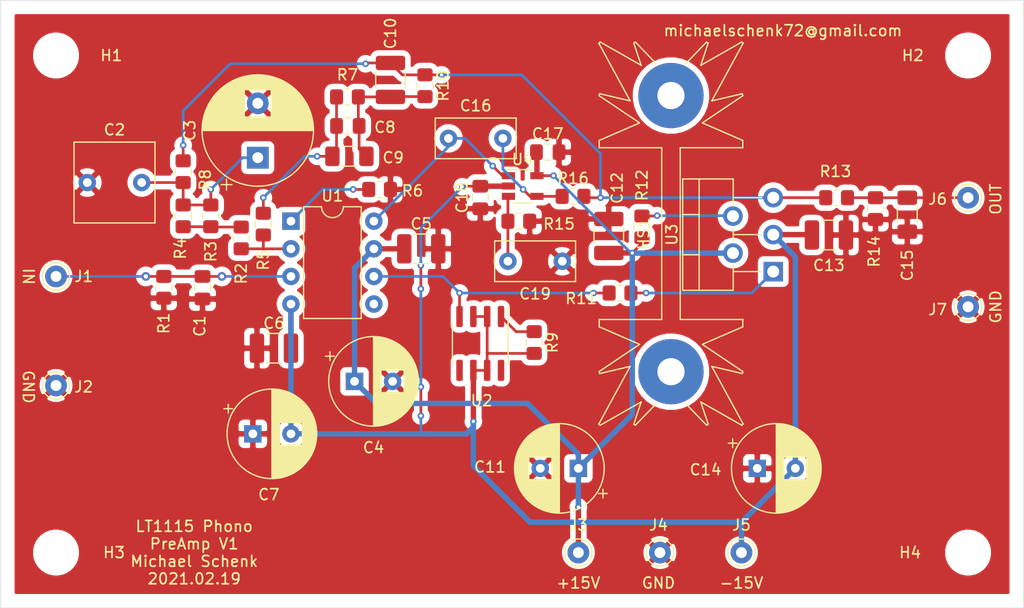
<source format=kicad_pcb>
(kicad_pcb (version 20171130) (host pcbnew "(5.1.9-0-10_14)")
  (layers (0 F.Cu signal) (31 B.Cu signal) (34 B.Paste user) (35 F.Paste user) (36 B.SilkS user) (37 F.SilkS user) (38 B.Mask user) (39 F.Mask user) (44 Edge.Cuts user))
  (net 0 "")
  (net 1 GND)
  (net 2 "Net-(C1-Pad1)")
  (net 3 "Net-(C2-Pad2)")
  (net 4 +15V)
  (net 5 -15V)
  (net 6 "Net-(C8-Pad2)")
  (net 7 "Net-(C10-Pad2)")
  (net 8 SERVO_INR)
  (net 9 "Net-(C15-Pad1)")
  (net 10 "Net-(C16-Pad2)")
  (net 11 SERVO_OUTR)
  (net 12 "Net-(C19-Pad2)")
  (net 13 "Net-(R2-Pad2)")
  (net 14 "Net-(R2-Pad1)")
  (net 15 "Net-(R6-Pad2)")
  (net 16 "Net-(R9-Pad1)")
  (net 17 "Net-(R11-Pad2)")
  (net 18 "Net-(R11-Pad1)")
  (net 19 "Net-(R12-Pad2)")
  (module MountingHole:MountingHole_3.2mm_M3 (layer F.Cu) (at 163.83 144.78)
    (fp_text reference H4 (at -5.334 0) (layer F.SilkS))
    (fp_text value MountingHole)
    (pad 1 np_thru_hole circle (at 0 0) (size 3.2 3.2) (drill 3.2) (layers *.Cu *.Mask))
  )
  (module MountingHole:MountingHole_3.2mm_M3 (layer F.Cu) (at 80.01 144.78)
    (fp_text reference H3 (at 5.334 0) (layer F.SilkS))
    (fp_text value MountingHole)
    (pad 1 np_thru_hole circle (at 0 0) (size 3.2 3.2) (drill 3.2) (layers *.Cu *.Mask))
  )
  (module MountingHole:MountingHole_3.2mm_M3 (layer F.Cu) (at 163.83 99.06)
    (fp_text reference H2 (at -5.08 0) (layer F.SilkS))
    (fp_text value MountingHole)
    (pad 1 np_thru_hole circle (at 0 0) (size 3.2 3.2) (drill 3.2) (layers *.Cu *.Mask))
  )
  (module MountingHole:MountingHole_3.2mm_M3 (layer F.Cu) (at 80.01 99.06)
    (fp_text reference H1 (at 5.08 0) (layer F.SilkS))
    (fp_text value MountingHole)
    (pad 1 np_thru_hole circle (at 0 0) (size 3.2 3.2) (drill 3.2) (layers *.Cu *.Mask))
  )
  (module Package_TO_SOT_SMD:TSOT-23-5 (layer F.Cu) (at 122.896 111.064)
    (fp_text reference U4 (at 0 -2.45) (layer F.SilkS))
    (fp_text value OPA188xxDBV)
    (pad 5 smd rect (at 1.31 -0.95) (size 1.22 0.65) (layers F.Cu F.Paste F.Mask) (net 4 +15V))
    (pad 4 smd rect (at 1.31 0.95) (size 1.22 0.65) (layers F.Cu F.Paste F.Mask) (net 10 "Net-(C16-Pad2)"))
    (pad 3 smd rect (at -1.31 0.95) (size 1.22 0.65) (layers F.Cu F.Paste F.Mask) (net 12 "Net-(C19-Pad2)"))
    (pad 2 smd rect (at -1.31 0) (size 1.22 0.65) (layers F.Cu F.Paste F.Mask) (net 5 -15V))
    (pad 1 smd rect (at -1.31 -0.95) (size 1.22 0.65) (layers F.Cu F.Paste F.Mask) (net 11 SERVO_OUTR))
  )
  (module Package_TO_SOT_THT:TO-220-5_P3.4x3.7mm_StaggerOdd_Lead3.8mm_Vertical (layer F.Cu) (at 145.923 118.9355 90)
    (fp_text reference U3 (at 3.4 -9.32 90) (layer F.SilkS))
    (fp_text value LT1010)
    (pad 5 thru_hole oval (at 6.8 0 90) (size 1.8 1.8) (drill 1.1) (layers *.Cu *.Mask) (net 8 SERVO_INR))
    (pad 4 thru_hole oval (at 5.1 -3.7 90) (size 1.8 1.8) (drill 1.1) (layers *.Cu *.Mask) (net 19 "Net-(R12-Pad2)"))
    (pad 3 thru_hole oval (at 3.4 0 90) (size 1.8 1.8) (drill 1.1) (layers *.Cu *.Mask) (net 5 -15V))
    (pad 2 thru_hole oval (at 1.7 -3.7 90) (size 1.8 1.8) (drill 1.1) (layers *.Cu *.Mask) (net 4 +15V))
    (pad 1 thru_hole rect (at 0 0 90) (size 1.8 1.8) (drill 1.1) (layers *.Cu *.Mask) (net 18 "Net-(R11-Pad1)"))
  )
  (module Package_SO:SOIC-8_3.9x4.9mm_P1.27mm (layer F.Cu) (at 118.999 125.541 270)
    (fp_text reference U2 (at 5.269 -0.127 180) (layer F.SilkS))
    (fp_text value LM334M)
    (pad 8 smd roundrect (at 2.475 -1.905 270) (size 1.95 0.6) (layers F.Cu F.Paste F.Mask))
    (pad 7 smd roundrect (at 2.475 -0.635 270) (size 1.95 0.6) (layers F.Cu F.Paste F.Mask) (net 5 -15V))
    (pad 6 smd roundrect (at 2.475 0.635 270) (size 1.95 0.6) (layers F.Cu F.Paste F.Mask) (net 5 -15V))
    (pad 5 smd roundrect (at 2.475 1.905 270) (size 1.95 0.6) (layers F.Cu F.Paste F.Mask))
    (pad 4 smd roundrect (at -2.475 1.905 270) (size 1.95 0.6) (layers F.Cu F.Paste F.Mask) (net 17 "Net-(R11-Pad2)"))
    (pad 3 smd roundrect (at -2.475 0.635 270) (size 1.95 0.6) (layers F.Cu F.Paste F.Mask) (net 5 -15V))
    (pad 2 smd roundrect (at -2.475 -0.635 270) (size 1.95 0.6) (layers F.Cu F.Paste F.Mask) (net 5 -15V))
    (pad 1 smd roundrect (at -2.475 -1.905 270) (size 1.95 0.6) (layers F.Cu F.Paste F.Mask) (net 16 "Net-(R9-Pad1)"))
  )
  (module Package_DIP:DIP-8_W7.62mm (layer F.Cu) (at 101.6 114.3)
    (fp_text reference U1 (at 3.81 -2.33) (layer F.SilkS))
    (fp_text value LT1115)
    (pad 8 thru_hole oval (at 7.62 0) (size 1.6 1.6) (drill 0.8) (layers *.Cu *.Mask) (net 11 SERVO_OUTR))
    (pad 4 thru_hole oval (at 0 7.62) (size 1.6 1.6) (drill 0.8) (layers *.Cu *.Mask) (net 5 -15V))
    (pad 7 thru_hole oval (at 7.62 2.54) (size 1.6 1.6) (drill 0.8) (layers *.Cu *.Mask) (net 4 +15V))
    (pad 3 thru_hole oval (at 0 5.08) (size 1.6 1.6) (drill 0.8) (layers *.Cu *.Mask) (net 2 "Net-(C1-Pad1)"))
    (pad 6 thru_hole oval (at 7.62 5.08) (size 1.6 1.6) (drill 0.8) (layers *.Cu *.Mask) (net 17 "Net-(R11-Pad2)"))
    (pad 2 thru_hole oval (at 0 2.54) (size 1.6 1.6) (drill 0.8) (layers *.Cu *.Mask) (net 14 "Net-(R2-Pad1)"))
    (pad 5 thru_hole oval (at 7.62 7.62) (size 1.6 1.6) (drill 0.8) (layers *.Cu *.Mask))
    (pad 1 thru_hole rect (at 0 0) (size 1.6 1.6) (drill 0.8) (layers *.Cu *.Mask) (net 15 "Net-(R6-Pad2)"))
  )
  (module Resistor_SMD:R_0805_2012Metric_Pad1.20x1.40mm_HandSolder (layer F.Cu) (at 127.524 112.014)
    (fp_text reference R16 (at 0 -1.65) (layer F.SilkS))
    (fp_text value 100k)
    (pad 2 smd roundrect (at 1 0) (size 1.2 1.4) (layers F.Cu F.Paste F.Mask) (roundrect_rratio 0.208333) (net 8 SERVO_INR))
    (pad 1 smd roundrect (at -1 0) (size 1.2 1.4) (layers F.Cu F.Paste F.Mask) (roundrect_rratio 0.208333) (net 10 "Net-(C16-Pad2)"))
  )
  (module Resistor_SMD:R_0805_2012Metric_Pad1.20x1.40mm_HandSolder (layer F.Cu) (at 122.539 114.3)
    (fp_text reference R15 (at 3.699 0.254) (layer F.SilkS))
    (fp_text value 100k)
    (pad 2 smd roundrect (at 1 0) (size 1.2 1.4) (layers F.Cu F.Paste F.Mask) (roundrect_rratio 0.208333) (net 1 GND))
    (pad 1 smd roundrect (at -1 0) (size 1.2 1.4) (layers F.Cu F.Paste F.Mask) (roundrect_rratio 0.208333) (net 12 "Net-(C19-Pad2)"))
  )
  (module Resistor_SMD:R_0805_2012Metric_Pad1.20x1.40mm_HandSolder (layer F.Cu) (at 155.321 113.141 270)
    (fp_text reference R14 (at 3.953 0.127 90) (layer F.SilkS))
    (fp_text value 25k)
    (pad 2 smd roundrect (at 1 0 270) (size 1.2 1.4) (layers F.Cu F.Paste F.Mask) (roundrect_rratio 0.208333) (net 1 GND))
    (pad 1 smd roundrect (at -1 0 270) (size 1.2 1.4) (layers F.Cu F.Paste F.Mask) (roundrect_rratio 0.208333) (net 9 "Net-(C15-Pad1)"))
  )
  (module Resistor_SMD:R_0805_2012Metric_Pad1.20x1.40mm_HandSolder (layer F.Cu) (at 151.749 112.141 180)
    (fp_text reference R13 (at 0.111 2.413) (layer F.SilkS))
    (fp_text value 562R)
    (pad 2 smd roundrect (at 1 0 180) (size 1.2 1.4) (layers F.Cu F.Paste F.Mask) (roundrect_rratio 0.208333) (net 8 SERVO_INR))
    (pad 1 smd roundrect (at -1 0 180) (size 1.2 1.4) (layers F.Cu F.Paste F.Mask) (roundrect_rratio 0.208333) (net 9 "Net-(C15-Pad1)"))
  )
  (module Resistor_SMD:R_0805_2012Metric_Pad1.20x1.40mm_HandSolder (layer F.Cu) (at 133.858 114.824 90)
    (fp_text reference R12 (at 3.826 0 90) (layer F.SilkS))
    (fp_text value 49.9R)
    (pad 2 smd roundrect (at 1 0 90) (size 1.2 1.4) (layers F.Cu F.Paste F.Mask) (roundrect_rratio 0.208333) (net 19 "Net-(R12-Pad2)"))
    (pad 1 smd roundrect (at -1 0 90) (size 1.2 1.4) (layers F.Cu F.Paste F.Mask) (roundrect_rratio 0.208333) (net 4 +15V))
  )
  (module Resistor_SMD:R_0805_2012Metric_Pad1.20x1.40mm_HandSolder (layer F.Cu) (at 131.842 120.904 180)
    (fp_text reference R11 (at 3.572 -0.508) (layer F.SilkS))
    (fp_text value 100R)
    (pad 2 smd roundrect (at 1 0 180) (size 1.2 1.4) (layers F.Cu F.Paste F.Mask) (roundrect_rratio 0.208333) (net 17 "Net-(R11-Pad2)"))
    (pad 1 smd roundrect (at -1 0 180) (size 1.2 1.4) (layers F.Cu F.Paste F.Mask) (roundrect_rratio 0.208333) (net 18 "Net-(R11-Pad1)"))
  )
  (module Resistor_SMD:R_0805_2012Metric_Pad1.20x1.40mm_HandSolder (layer F.Cu) (at 113.919 101.838 270)
    (fp_text reference R10 (at 0 -1.65 90) (layer F.SilkS))
    (fp_text value 210k)
    (pad 2 smd roundrect (at 1 0 270) (size 1.2 1.4) (layers F.Cu F.Paste F.Mask) (roundrect_rratio 0.208333) (net 7 "Net-(C10-Pad2)"))
    (pad 1 smd roundrect (at -1 0 270) (size 1.2 1.4) (layers F.Cu F.Paste F.Mask) (roundrect_rratio 0.208333) (net 8 SERVO_INR))
  )
  (module Resistor_SMD:R_0805_2012Metric_Pad1.20x1.40mm_HandSolder (layer F.Cu) (at 123.952 125.46 270)
    (fp_text reference R9 (at 0 -1.65 90) (layer F.SilkS))
    (fp_text value 33.2R)
    (pad 2 smd roundrect (at 1 0 270) (size 1.2 1.4) (layers F.Cu F.Paste F.Mask) (roundrect_rratio 0.208333) (net 5 -15V))
    (pad 1 smd roundrect (at -1 0 270) (size 1.2 1.4) (layers F.Cu F.Paste F.Mask) (roundrect_rratio 0.208333) (net 16 "Net-(R9-Pad1)"))
  )
  (module Resistor_SMD:R_0805_2012Metric_Pad1.20x1.40mm_HandSolder (layer F.Cu) (at 91.694 109.744 270)
    (fp_text reference R8 (at 0.746 -2.032 90) (layer F.SilkS))
    (fp_text value 82.5k)
    (pad 2 smd roundrect (at 1 0 270) (size 1.2 1.4) (layers F.Cu F.Paste F.Mask) (roundrect_rratio 0.208333) (net 3 "Net-(C2-Pad2)"))
    (pad 1 smd roundrect (at -1 0 270) (size 1.2 1.4) (layers F.Cu F.Paste F.Mask) (roundrect_rratio 0.208333) (net 8 SERVO_INR))
  )
  (module Resistor_SMD:R_0805_2012Metric_Pad1.20x1.40mm_HandSolder (layer F.Cu) (at 106.791 102.87 180)
    (fp_text reference R7 (at 0 2.032) (layer F.SilkS))
    (fp_text value 17.8k)
    (pad 2 smd roundrect (at 1 0 180) (size 1.2 1.4) (layers F.Cu F.Paste F.Mask) (roundrect_rratio 0.208333) (net 6 "Net-(C8-Pad2)"))
    (pad 1 smd roundrect (at -1 0 180) (size 1.2 1.4) (layers F.Cu F.Paste F.Mask) (roundrect_rratio 0.208333) (net 7 "Net-(C10-Pad2)"))
  )
  (module Resistor_SMD:R_0805_2012Metric_Pad1.20x1.40mm_HandSolder (layer F.Cu) (at 109.744 111.379 180)
    (fp_text reference R6 (at -3.032 -0.127) (layer F.SilkS))
    (fp_text value 33.2k)
    (pad 2 smd roundrect (at 1 0 180) (size 1.2 1.4) (layers F.Cu F.Paste F.Mask) (roundrect_rratio 0.208333) (net 15 "Net-(R6-Pad2)"))
    (pad 1 smd roundrect (at -1 0 180) (size 1.2 1.4) (layers F.Cu F.Paste F.Mask) (roundrect_rratio 0.208333) (net 1 GND))
  )
  (module Resistor_SMD:R_0805_2012Metric_Pad1.20x1.40mm_HandSolder (layer F.Cu) (at 99.06 114.57 270)
    (fp_text reference R5 (at 3.286 0 90) (layer F.SilkS))
    (fp_text value 449R)
    (pad 2 smd roundrect (at 1 0 270) (size 1.2 1.4) (layers F.Cu F.Paste F.Mask) (roundrect_rratio 0.208333) (net 14 "Net-(R2-Pad1)"))
    (pad 1 smd roundrect (at -1 0 270) (size 1.2 1.4) (layers F.Cu F.Paste F.Mask) (roundrect_rratio 0.208333) (net 6 "Net-(C8-Pad2)"))
  )
  (module Resistor_SMD:R_0805_2012Metric_Pad1.20x1.40mm_HandSolder (layer F.Cu) (at 91.694 113.808 90)
    (fp_text reference R4 (at -3.032 -0.254 90) (layer F.SilkS))
    (fp_text value 0R)
    (pad 2 smd roundrect (at 1 0 90) (size 1.2 1.4) (layers F.Cu F.Paste F.Mask) (roundrect_rratio 0.208333) (net 3 "Net-(C2-Pad2)"))
    (pad 1 smd roundrect (at -1 0 90) (size 1.2 1.4) (layers F.Cu F.Paste F.Mask) (roundrect_rratio 0.208333) (net 13 "Net-(R2-Pad2)"))
  )
  (module Resistor_SMD:R_0805_2012Metric_Pad1.20x1.40mm_HandSolder (layer F.Cu) (at 94.234 113.808 90)
    (fp_text reference R3 (at -3.286 0 90) (layer F.SilkS))
    (fp_text value 210R)
    (pad 2 smd roundrect (at 1 0 90) (size 1.2 1.4) (layers F.Cu F.Paste F.Mask) (roundrect_rratio 0.208333) (net 3 "Net-(C2-Pad2)"))
    (pad 1 smd roundrect (at -1 0 90) (size 1.2 1.4) (layers F.Cu F.Paste F.Mask) (roundrect_rratio 0.208333) (net 13 "Net-(R2-Pad2)"))
  )
  (module Resistor_SMD:R_0805_2012Metric_Pad1.20x1.40mm_HandSolder (layer F.Cu) (at 97.028 115.84 90)
    (fp_text reference R2 (at -3.286 0 90) (layer F.SilkS))
    (fp_text value 22.6R)
    (pad 2 smd roundrect (at 1 0 90) (size 1.2 1.4) (layers F.Cu F.Paste F.Mask) (roundrect_rratio 0.208333) (net 13 "Net-(R2-Pad2)"))
    (pad 1 smd roundrect (at -1 0 90) (size 1.2 1.4) (layers F.Cu F.Paste F.Mask) (roundrect_rratio 0.208333) (net 14 "Net-(R2-Pad1)"))
  )
  (module Resistor_SMD:R_0805_2012Metric_Pad1.20x1.40mm_HandSolder (layer F.Cu) (at 89.916 120.38 270)
    (fp_text reference R1 (at 3.318 0 90) (layer F.SilkS))
    (fp_text value 100R)
    (pad 2 smd roundrect (at 1 0 270) (size 1.2 1.4) (layers F.Cu F.Paste F.Mask) (roundrect_rratio 0.208333) (net 1 GND))
    (pad 1 smd roundrect (at -1 0 270) (size 1.2 1.4) (layers F.Cu F.Paste F.Mask) (roundrect_rratio 0.208333) (net 2 "Net-(C1-Pad1)"))
  )
  (module Connector_Pin:Pin_D1.0mm_L10.0mm (layer F.Cu) (at 163.83 122.174)
    (fp_text reference J7 (at -2.794 0.254) (layer F.SilkS))
    (fp_text value OUTR_GND)
    (pad 1 thru_hole circle (at 0 0) (size 2 2) (drill 1) (layers *.Cu *.Mask) (net 1 GND))
  )
  (module Connector_Pin:Pin_D1.0mm_L10.0mm (layer F.Cu) (at 163.83 112.141)
    (fp_text reference J6 (at -2.794 0.127) (layer F.SilkS))
    (fp_text value OUTR)
    (pad 1 thru_hole circle (at 0 0) (size 2 2) (drill 1) (layers *.Cu *.Mask) (net 9 "Net-(C15-Pad1)"))
  )
  (module Connector_Pin:Pin_D1.0mm_L10.0mm (layer F.Cu) (at 143.002 144.78)
    (fp_text reference J5 (at 0 -2.54) (layer F.SilkS))
    (fp_text value -15V)
    (pad 1 thru_hole circle (at 0 0) (size 2 2) (drill 1) (layers *.Cu *.Mask) (net 5 -15V))
  )
  (module Connector_Pin:Pin_D1.0mm_L10.0mm (layer F.Cu) (at 135.509 144.78)
    (fp_text reference J4 (at -0.127 -2.54) (layer F.SilkS))
    (fp_text value GND)
    (pad 1 thru_hole circle (at 0 0) (size 2 2) (drill 1) (layers *.Cu *.Mask) (net 1 GND))
  )
  (module Connector_Pin:Pin_D1.0mm_L10.0mm (layer F.Cu) (at 128.016 144.78)
    (fp_text reference J3 (at 0 -2.54) (layer F.SilkS))
    (fp_text value +15V)
    (pad 1 thru_hole circle (at 0 0) (size 2 2) (drill 1) (layers *.Cu *.Mask) (net 4 +15V))
  )
  (module Connector_Pin:Pin_D1.0mm_L10.0mm (layer F.Cu) (at 80.01 129.413)
    (fp_text reference J2 (at 2.54 0.127) (layer F.SilkS))
    (fp_text value INR_GND)
    (pad 1 thru_hole circle (at 0 0) (size 2 2) (drill 1) (layers *.Cu *.Mask) (net 1 GND))
  )
  (module Connector_Pin:Pin_D1.0mm_L10.0mm (layer F.Cu) (at 80.01 119.38)
    (fp_text reference J1 (at 2.54 0) (layer F.SilkS))
    (fp_text value INR)
    (pad 1 thru_hole circle (at 0 0) (size 2 2) (drill 1) (layers *.Cu *.Mask) (net 2 "Net-(C1-Pad1)"))
  )
  (module Heatsink:Heatsink_Fischer_SK104-STC-STIC_35x13mm_2xDrill2.5mm (layer F.Cu) (at 136.525 115.443 90)
    (fp_text reference HS1 (at -0.025 -2.5 90) (layer F.SilkS))
    (fp_text value Heatsink)
    (pad 1 thru_hole circle (at -12.7 0 270) (size 6 6) (drill 2.5) (layers *.Cu *.Mask))
    (pad 1 thru_hole circle (at 12.7 0 90) (size 6 6) (drill 2.5) (layers *.Cu *.Mask))
  )
  (module Capacitor_THT:C_Rect_L7.2mm_W3.5mm_P5.00mm_FKS2_FKP2_MKS2_MKP2 (layer F.Cu) (at 126.539 117.983 180)
    (fp_text reference C19 (at 2.5 -3) (layer F.SilkS))
    (fp_text value 1uF)
    (pad 2 thru_hole circle (at 5 0 180) (size 1.6 1.6) (drill 0.8) (layers *.Cu *.Mask) (net 12 "Net-(C19-Pad2)"))
    (pad 1 thru_hole circle (at 0 0 180) (size 1.6 1.6) (drill 0.8) (layers *.Cu *.Mask) (net 1 GND))
  )
  (module Capacitor_SMD:C_0805_2012Metric_Pad1.18x1.45mm_HandSolder (layer F.Cu) (at 118.999 112.1195 90)
    (fp_text reference C18 (at 0 -1.68 90) (layer F.SilkS))
    (fp_text value 100nF)
    (pad 2 smd roundrect (at 1.0375 0 90) (size 1.175 1.45) (layers F.Cu F.Paste F.Mask) (roundrect_rratio 0.212766) (net 5 -15V))
    (pad 1 smd roundrect (at -1.0375 0 90) (size 1.175 1.45) (layers F.Cu F.Paste F.Mask) (roundrect_rratio 0.212766) (net 1 GND))
  )
  (module Capacitor_SMD:C_0805_2012Metric_Pad1.18x1.45mm_HandSolder (layer F.Cu) (at 125.2005 107.95)
    (fp_text reference C17 (at 0 -1.68) (layer F.SilkS))
    (fp_text value 100nF)
    (pad 2 smd roundrect (at 1.0375 0) (size 1.175 1.45) (layers F.Cu F.Paste F.Mask) (roundrect_rratio 0.212766) (net 1 GND))
    (pad 1 smd roundrect (at -1.0375 0) (size 1.175 1.45) (layers F.Cu F.Paste F.Mask) (roundrect_rratio 0.212766) (net 4 +15V))
  )
  (module Capacitor_THT:C_Rect_L7.2mm_W3.5mm_P5.00mm_FKS2_FKP2_MKS2_MKP2 (layer F.Cu) (at 116.078 106.68)
    (fp_text reference C16 (at 2.5 -3) (layer F.SilkS))
    (fp_text value 1uF)
    (pad 2 thru_hole circle (at 5 0) (size 1.6 1.6) (drill 0.8) (layers *.Cu *.Mask) (net 10 "Net-(C16-Pad2)"))
    (pad 1 thru_hole circle (at 0 0) (size 1.6 1.6) (drill 0.8) (layers *.Cu *.Mask) (net 11 SERVO_OUTR))
  )
  (module Capacitor_SMD:C_1206_3216Metric_Pad1.33x1.80mm_HandSolder (layer F.Cu) (at 158.242 113.7035 270)
    (fp_text reference C15 (at 4.6605 0 90) (layer F.SilkS))
    (fp_text value 3.9nF)
    (pad 2 smd roundrect (at 1.5625 0 270) (size 1.325 1.8) (layers F.Cu F.Paste F.Mask) (roundrect_rratio 0.188679) (net 1 GND))
    (pad 1 smd roundrect (at -1.5625 0 270) (size 1.325 1.8) (layers F.Cu F.Paste F.Mask) (roundrect_rratio 0.188679) (net 9 "Net-(C15-Pad1)"))
  )
  (module Capacitor_THT:CP_Radial_D8.0mm_P3.50mm (layer F.Cu) (at 144.455 137.033)
    (fp_text reference C14 (at -4.755 0.127) (layer F.SilkS))
    (fp_text value 220uF/25V)
    (pad 2 thru_hole circle (at 3.5 0) (size 1.6 1.6) (drill 0.8) (layers *.Cu *.Mask) (net 5 -15V))
    (pad 1 thru_hole rect (at 0 0) (size 1.6 1.6) (drill 0.8) (layers *.Cu *.Mask) (net 1 GND))
  )
  (module Capacitor_SMD:C_1210_3225Metric_Pad1.33x2.70mm_HandSolder (layer F.Cu) (at 151.0415 115.57 180)
    (fp_text reference C13 (at 0 -2.794) (layer F.SilkS))
    (fp_text value 1uF)
    (pad 2 smd roundrect (at 1.5625 0 180) (size 1.325 2.7) (layers F.Cu F.Paste F.Mask) (roundrect_rratio 0.188679) (net 5 -15V))
    (pad 1 smd roundrect (at -1.5625 0 180) (size 1.325 2.7) (layers F.Cu F.Paste F.Mask) (roundrect_rratio 0.188679) (net 1 GND))
  )
  (module Capacitor_SMD:C_1210_3225Metric_Pad1.33x2.70mm_HandSolder (layer F.Cu) (at 130.81 115.6585 90)
    (fp_text reference C12 (at 4.4065 0.762 90) (layer F.SilkS))
    (fp_text value 1uF)
    (pad 2 smd roundrect (at 1.5625 0 90) (size 1.325 2.7) (layers F.Cu F.Paste F.Mask) (roundrect_rratio 0.188679) (net 1 GND))
    (pad 1 smd roundrect (at -1.5625 0 90) (size 1.325 2.7) (layers F.Cu F.Paste F.Mask) (roundrect_rratio 0.188679) (net 4 +15V))
  )
  (module Capacitor_THT:CP_Radial_D8.0mm_P3.50mm (layer F.Cu) (at 128.016 137.033 180)
    (fp_text reference C11 (at 8.128 0.127) (layer F.SilkS))
    (fp_text value 220uF/25V)
    (pad 2 thru_hole circle (at 3.5 0 180) (size 1.6 1.6) (drill 0.8) (layers *.Cu *.Mask) (net 1 GND))
    (pad 1 thru_hole rect (at 0 0 180) (size 1.6 1.6) (drill 0.8) (layers *.Cu *.Mask) (net 4 +15V))
  )
  (module Capacitor_SMD:C_1210_3225Metric_Pad1.33x2.70mm_HandSolder (layer F.Cu) (at 110.744 101.3075 270)
    (fp_text reference C10 (at -4.2795 0 90) (layer F.SilkS))
    (fp_text value 15nF)
    (pad 2 smd roundrect (at 1.5625 0 270) (size 1.325 2.7) (layers F.Cu F.Paste F.Mask) (roundrect_rratio 0.188679) (net 7 "Net-(C10-Pad2)"))
    (pad 1 smd roundrect (at -1.5625 0 270) (size 1.325 2.7) (layers F.Cu F.Paste F.Mask) (roundrect_rratio 0.188679) (net 8 SERVO_INR))
  )
  (module Capacitor_SMD:C_1206_3216Metric_Pad1.33x1.80mm_HandSolder (layer F.Cu) (at 106.9725 108.331 180)
    (fp_text reference C9 (at -4.0255 -0.127) (layer F.SilkS))
    (fp_text value 3.9nF)
    (pad 2 smd roundrect (at 1.5625 0 180) (size 1.325 1.8) (layers F.Cu F.Paste F.Mask) (roundrect_rratio 0.188679) (net 6 "Net-(C8-Pad2)"))
    (pad 1 smd roundrect (at -1.5625 0 180) (size 1.325 1.8) (layers F.Cu F.Paste F.Mask) (roundrect_rratio 0.188679) (net 7 "Net-(C10-Pad2)"))
  )
  (module Capacitor_SMD:C_0805_2012Metric_Pad1.18x1.45mm_HandSolder (layer F.Cu) (at 106.8285 105.537 180)
    (fp_text reference C8 (at -3.4075 -0.127) (layer F.SilkS))
    (fp_text value 330pF)
    (pad 2 smd roundrect (at 1.0375 0 180) (size 1.175 1.45) (layers F.Cu F.Paste F.Mask) (roundrect_rratio 0.212766) (net 6 "Net-(C8-Pad2)"))
    (pad 1 smd roundrect (at -1.0375 0 180) (size 1.175 1.45) (layers F.Cu F.Paste F.Mask) (roundrect_rratio 0.212766) (net 7 "Net-(C10-Pad2)"))
  )
  (module Capacitor_THT:CP_Radial_D8.0mm_P3.50mm (layer F.Cu) (at 98.1 133.858)
    (fp_text reference C7 (at 1.468 5.588) (layer F.SilkS))
    (fp_text value 220uF/25V)
    (pad 2 thru_hole circle (at 3.5 0) (size 1.6 1.6) (drill 0.8) (layers *.Cu *.Mask) (net 5 -15V))
    (pad 1 thru_hole rect (at 0 0) (size 1.6 1.6) (drill 0.8) (layers *.Cu *.Mask) (net 1 GND))
  )
  (module Capacitor_SMD:C_1210_3225Metric_Pad1.33x2.70mm_HandSolder (layer F.Cu) (at 100.0375 125.984)
    (fp_text reference C6 (at 0 -2.3) (layer F.SilkS))
    (fp_text value 1uF)
    (pad 2 smd roundrect (at 1.5625 0) (size 1.325 2.7) (layers F.Cu F.Paste F.Mask) (roundrect_rratio 0.188679) (net 5 -15V))
    (pad 1 smd roundrect (at -1.5625 0) (size 1.325 2.7) (layers F.Cu F.Paste F.Mask) (roundrect_rratio 0.188679) (net 1 GND))
  )
  (module Capacitor_SMD:C_1210_3225Metric_Pad1.33x2.70mm_HandSolder (layer F.Cu) (at 113.5765 116.84)
    (fp_text reference C5 (at 0 -2.3) (layer F.SilkS))
    (fp_text value 1uF)
    (pad 2 smd roundrect (at 1.5625 0) (size 1.325 2.7) (layers F.Cu F.Paste F.Mask) (roundrect_rratio 0.188679) (net 1 GND))
    (pad 1 smd roundrect (at -1.5625 0) (size 1.325 2.7) (layers F.Cu F.Paste F.Mask) (roundrect_rratio 0.188679) (net 4 +15V))
  )
  (module Capacitor_THT:CP_Radial_D8.0mm_P3.50mm (layer F.Cu) (at 107.442 129.032)
    (fp_text reference C4 (at 1.75 6.096) (layer F.SilkS))
    (fp_text value 220uF/25V)
    (pad 2 thru_hole circle (at 3.5 0) (size 1.6 1.6) (drill 0.8) (layers *.Cu *.Mask) (net 1 GND))
    (pad 1 thru_hole rect (at 0 0) (size 1.6 1.6) (drill 0.8) (layers *.Cu *.Mask) (net 4 +15V))
  )
  (module Capacitor_THT:CP_Radial_D10.0mm_P5.00mm (layer F.Cu) (at 98.552 108.458 90)
    (fp_text reference C3 (at 2.5 -6.25 90) (layer F.SilkS))
    (fp_text value 2200uF/16V)
    (pad 2 thru_hole circle (at 5 0 90) (size 2 2) (drill 1) (layers *.Cu *.Mask) (net 1 GND))
    (pad 1 thru_hole rect (at 0 0 90) (size 2 2) (drill 1) (layers *.Cu *.Mask) (net 3 "Net-(C2-Pad2)"))
  )
  (module Capacitor_THT:C_Rect_L7.2mm_W7.2mm_P5.00mm_FKS2_FKP2_MKS2_MKP2 (layer F.Cu) (at 82.884 110.744)
    (fp_text reference C2 (at 2.5 -4.85) (layer F.SilkS))
    (fp_text value 4.7uF)
    (pad 2 thru_hole circle (at 5 0) (size 1.6 1.6) (drill 0.8) (layers *.Cu *.Mask) (net 3 "Net-(C2-Pad2)"))
    (pad 1 thru_hole circle (at 0 0) (size 1.6 1.6) (drill 0.8) (layers *.Cu *.Mask) (net 1 GND))
  )
  (module Capacitor_SMD:C_0805_2012Metric_Pad1.18x1.45mm_HandSolder (layer F.Cu) (at 93.472 120.4175 270)
    (fp_text reference C1 (at 3.5345 0.254 90) (layer F.SilkS))
    (fp_text value C)
    (pad 2 smd roundrect (at 1.0375 0 270) (size 1.175 1.45) (layers F.Cu F.Paste F.Mask) (roundrect_rratio 0.212766) (net 1 GND))
    (pad 1 smd roundrect (at -1.0375 0 270) (size 1.175 1.45) (layers F.Cu F.Paste F.Mask) (roundrect_rratio 0.212766) (net 2 "Net-(C1-Pad1)"))
  )
  (gr_text OUT (at 166.37 112.268 90) (layer F.SilkS) (effects (font (size 1 1))))
  (gr_text GND (at 166.37 122.174 90) (layer F.SilkS) (effects (font (size 1 1))))
  (gr_text GND (at 135.382 147.574) (layer F.SilkS) (effects (font (size 1 1))))
  (gr_text -15V (at 143.002 147.574) (layer F.SilkS) (effects (font (size 1 1))))
  (gr_text +15V (at 128.016 147.574) (layer F.SilkS) (effects (font (size 1 1))))
  (gr_text GND (at 77.47 129.54 270) (layer F.SilkS) (effects (font (size 1 1))))
  (gr_text IN (at 77.47 119.38 270) (layer F.SilkS) (effects (font (size 1 1))))
  (gr_text "LT1115 Phono\nPreAmp V1\nMichael Schenk\n2021.02.19" (at 92.71 144.78) (layer F.SilkS) (effects (font (size 1 1))))
  (gr_text michaelschenk72@gmail.com (at 146.812 96.774) (layer F.SilkS) (effects (font (size 1 1))))
  (gr_line (start 74.93 149.86) (end 74.93 93.98) (layer Edge.Cuts) (width 0.05))
  (gr_line (start 168.91 149.86) (end 74.93 149.86) (layer Edge.Cuts) (width 0.05))
  (gr_line (start 168.91 93.98) (end 168.91 149.86) (layer Edge.Cuts) (width 0.05))
  (gr_line (start 74.93 93.98) (end 168.91 93.98) (layer Edge.Cuts) (width 0.05))
  (via (at 88.265 119.38) (size 0.8) (drill 0.4) (layers F.Cu B.Cu) (net 2))
  (segment (start 80.01 119.38) (end 88.265 119.38) (width 0.25) (layer B.Cu) (net 2))
  (segment (start 88.265 119.38) (end 89.916 119.38) (width 0.25) (layer F.Cu) (net 2))
  (segment (start 89.916 119.38) (end 93.472 119.38) (width 0.25) (layer F.Cu) (net 2))
  (via (at 95.25 119.38) (size 0.8) (drill 0.4) (layers F.Cu B.Cu) (net 2))
  (segment (start 93.472 119.38) (end 95.25 119.38) (width 0.25) (layer F.Cu) (net 2))
  (segment (start 95.25 119.38) (end 101.6 119.38) (width 0.25) (layer B.Cu) (net 2))
  (segment (start 94.234 112.808) (end 91.694 112.808) (width 0.25) (layer F.Cu) (net 3))
  (segment (start 91.694 112.808) (end 91.694 110.744) (width 0.25) (layer F.Cu) (net 3))
  (segment (start 91.694 110.744) (end 87.884 110.744) (width 0.25) (layer F.Cu) (net 3))
  (via (at 94.234 111.379) (size 0.6) (drill 0.3) (layers F.Cu B.Cu) (net 3))
  (segment (start 94.234 112.808) (end 94.234 111.379) (width 0.25) (layer F.Cu) (net 3))
  (segment (start 94.234 111.379) (end 97.155 108.458) (width 0.25) (layer B.Cu) (net 3))
  (segment (start 97.155 108.458) (end 98.552 108.458) (width 0.25) (layer B.Cu) (net 3))
  (segment (start 107.442 118.618) (end 109.22 116.84) (width 0.5) (layer B.Cu) (net 4))
  (segment (start 107.442 129.032) (end 107.442 118.618) (width 0.5) (layer B.Cu) (net 4))
  (segment (start 109.22 116.84) (end 112.014 116.84) (width 0.5) (layer F.Cu) (net 4))
  (segment (start 124.206 107.993) (end 124.163 107.95) (width 0.5) (layer F.Cu) (net 4))
  (segment (start 124.206 110.114) (end 124.206 107.993) (width 0.5) (layer F.Cu) (net 4))
  (via (at 132.969 117.221) (size 0.6) (drill 0.3) (layers F.Cu B.Cu) (net 4))
  (segment (start 132.9835 117.2355) (end 132.969 117.221) (width 0.5) (layer B.Cu) (net 4))
  (segment (start 142.223 117.2355) (end 132.9835 117.2355) (width 0.5) (layer B.Cu) (net 4))
  (segment (start 132.969 117.221) (end 130.81 117.221) (width 0.5) (layer F.Cu) (net 4))
  (segment (start 133.858 116.332) (end 132.969 117.221) (width 0.25) (layer F.Cu) (net 4))
  (segment (start 133.858 115.824) (end 133.858 116.332) (width 0.25) (layer F.Cu) (net 4))
  (segment (start 132.969 132.08) (end 128.016 137.033) (width 0.5) (layer B.Cu) (net 4))
  (segment (start 132.969 117.221) (end 132.969 132.08) (width 0.5) (layer B.Cu) (net 4))
  (segment (start 128.016 135.733) (end 123.347 131.064) (width 0.5) (layer B.Cu) (net 4))
  (segment (start 128.016 137.033) (end 128.016 135.733) (width 0.5) (layer B.Cu) (net 4))
  (segment (start 109.474 131.064) (end 107.442 129.032) (width 0.5) (layer B.Cu) (net 4))
  (segment (start 123.347 131.064) (end 109.474 131.064) (width 0.5) (layer B.Cu) (net 4))
  (via (at 125.73 110.109) (size 0.6) (drill 0.3) (layers F.Cu B.Cu) (net 4))
  (segment (start 125.725 110.114) (end 125.73 110.109) (width 0.25) (layer F.Cu) (net 4))
  (segment (start 124.206 110.114) (end 125.725 110.114) (width 0.25) (layer F.Cu) (net 4))
  (segment (start 132.842 117.221) (end 132.969 117.221) (width 0.25) (layer B.Cu) (net 4))
  (segment (start 125.73 110.109) (end 132.842 117.221) (width 0.25) (layer B.Cu) (net 4))
  (via (at 128.016 140.589) (size 0.6) (drill 0.3) (layers F.Cu B.Cu) (net 4))
  (segment (start 128.016 144.78) (end 128.016 140.589) (width 0.5) (layer F.Cu) (net 4))
  (segment (start 128.016 140.589) (end 128.016 137.033) (width 0.5) (layer B.Cu) (net 4))
  (segment (start 101.6 133.858) (end 101.6 121.92) (width 0.5) (layer B.Cu) (net 5))
  (segment (start 101.6 121.92) (end 101.6 125.984) (width 0.5) (layer F.Cu) (net 5))
  (segment (start 121.568 111.082) (end 121.586 111.064) (width 0.5) (layer F.Cu) (net 5))
  (segment (start 118.999 111.082) (end 121.568 111.082) (width 0.5) (layer F.Cu) (net 5))
  (segment (start 119.634 127.041) (end 119.634 128.016) (width 0.25) (layer F.Cu) (net 5))
  (segment (start 119.634 128.016) (end 118.364 128.016) (width 0.25) (layer F.Cu) (net 5))
  (segment (start 149.4445 115.5355) (end 149.479 115.57) (width 0.5) (layer F.Cu) (net 5))
  (segment (start 145.923 115.5355) (end 149.4445 115.5355) (width 0.5) (layer F.Cu) (net 5))
  (segment (start 147.955 117.5675) (end 145.923 115.5355) (width 0.5) (layer B.Cu) (net 5))
  (segment (start 147.955 137.033) (end 147.955 117.5675) (width 0.5) (layer B.Cu) (net 5))
  (via (at 118.364 132.715) (size 0.6) (drill 0.3) (layers F.Cu B.Cu) (net 5))
  (segment (start 118.364 128.016) (end 118.364 132.715) (width 0.5) (layer F.Cu) (net 5))
  (segment (start 118.364 132.715) (end 118.364 133.223) (width 0.5) (layer B.Cu) (net 5))
  (segment (start 117.729 133.858) (end 114.046 133.858) (width 0.5) (layer B.Cu) (net 5))
  (segment (start 118.364 133.223) (end 117.729 133.858) (width 0.5) (layer B.Cu) (net 5))
  (segment (start 114.046 133.858) (end 114.427 133.858) (width 0.5) (layer B.Cu) (net 5))
  (segment (start 123.571 141.986) (end 143.002 141.986) (width 0.5) (layer B.Cu) (net 5))
  (segment (start 118.364 136.779) (end 123.571 141.986) (width 0.5) (layer B.Cu) (net 5))
  (segment (start 143.002 141.986) (end 147.955 137.033) (width 0.5) (layer B.Cu) (net 5))
  (segment (start 118.364 132.715) (end 118.364 136.779) (width 0.5) (layer B.Cu) (net 5))
  (segment (start 117.391 111.082) (end 117.348 111.125) (width 0.25) (layer F.Cu) (net 5))
  (via (at 117.348 111.125) (size 0.6) (drill 0.3) (layers F.Cu B.Cu) (net 5))
  (segment (start 118.999 111.082) (end 117.391 111.082) (width 0.25) (layer F.Cu) (net 5))
  (via (at 113.538 118.364) (size 0.6) (drill 0.3) (layers F.Cu B.Cu) (net 5))
  (segment (start 113.538 114.935) (end 113.538 118.364) (width 0.25) (layer B.Cu) (net 5))
  (segment (start 117.348 111.125) (end 113.538 114.935) (width 0.25) (layer B.Cu) (net 5))
  (via (at 113.538 120.523) (size 0.6) (drill 0.3) (layers F.Cu B.Cu) (net 5))
  (segment (start 113.538 118.364) (end 113.538 120.523) (width 0.25) (layer F.Cu) (net 5))
  (via (at 113.538 129.54) (size 0.6) (drill 0.3) (layers F.Cu B.Cu) (net 5))
  (segment (start 113.538 120.523) (end 113.538 129.54) (width 0.25) (layer B.Cu) (net 5))
  (segment (start 113.538 129.54) (end 113.538 132.207) (width 0.25) (layer F.Cu) (net 5))
  (segment (start 113.538 132.207) (end 113.538 132.207) (width 0.25) (layer F.Cu) (net 5))
  (via (at 113.538 132.207) (size 0.6) (drill 0.3) (layers F.Cu B.Cu) (net 5))
  (segment (start 113.538 133.731) (end 113.411 133.858) (width 0.25) (layer B.Cu) (net 5))
  (segment (start 113.411 133.858) (end 114.046 133.858) (width 0.5) (layer B.Cu) (net 5))
  (segment (start 113.538 132.207) (end 113.538 133.731) (width 0.25) (layer B.Cu) (net 5))
  (segment (start 101.6 133.858) (end 113.411 133.858) (width 0.5) (layer B.Cu) (net 5))
  (segment (start 143.002 144.78) (end 143.002 141.986) (width 0.5) (layer B.Cu) (net 5))
  (segment (start 118.364 123.066) (end 119.634 123.066) (width 0.25) (layer F.Cu) (net 5))
  (segment (start 123.952 126.46) (end 119.729 126.46) (width 0.25) (layer F.Cu) (net 5))
  (segment (start 119.729 126.46) (end 119.634 126.365) (width 0.25) (layer F.Cu) (net 5))
  (segment (start 119.634 126.365) (end 119.634 128.016) (width 0.25) (layer F.Cu) (net 5))
  (segment (start 119.634 123.066) (end 119.634 126.365) (width 0.25) (layer F.Cu) (net 5))
  (segment (start 105.791 102.87) (end 105.791 105.537) (width 0.25) (layer F.Cu) (net 6))
  (segment (start 105.791 107.95) (end 105.41 108.331) (width 0.25) (layer F.Cu) (net 6))
  (segment (start 105.791 105.537) (end 105.791 107.95) (width 0.25) (layer F.Cu) (net 6))
  (via (at 99.06 112.141) (size 0.6) (drill 0.3) (layers F.Cu B.Cu) (net 6))
  (segment (start 99.06 113.57) (end 99.06 112.141) (width 0.25) (layer F.Cu) (net 6))
  (segment (start 99.06 112.141) (end 102.87 108.331) (width 0.25) (layer B.Cu) (net 6))
  (via (at 104.013 108.331) (size 0.6) (drill 0.3) (layers F.Cu B.Cu) (net 6))
  (segment (start 102.87 108.331) (end 104.013 108.331) (width 0.25) (layer B.Cu) (net 6))
  (segment (start 104.013 108.331) (end 105.41 108.331) (width 0.25) (layer F.Cu) (net 6))
  (segment (start 110.776 102.838) (end 110.744 102.87) (width 0.25) (layer F.Cu) (net 7))
  (segment (start 113.919 102.838) (end 110.776 102.838) (width 0.25) (layer F.Cu) (net 7))
  (segment (start 110.744 102.87) (end 107.791 102.87) (width 0.25) (layer F.Cu) (net 7))
  (segment (start 107.791 105.462) (end 107.866 105.537) (width 0.25) (layer F.Cu) (net 7))
  (segment (start 107.791 102.87) (end 107.791 105.462) (width 0.25) (layer F.Cu) (net 7))
  (segment (start 107.866 107.662) (end 108.535 108.331) (width 0.25) (layer F.Cu) (net 7))
  (segment (start 107.866 105.537) (end 107.866 107.662) (width 0.25) (layer F.Cu) (net 7))
  (via (at 130.048 112.141) (size 0.6) (drill 0.3) (layers F.Cu B.Cu) (net 8))
  (segment (start 130.0535 112.1355) (end 130.048 112.141) (width 0.25) (layer B.Cu) (net 8))
  (segment (start 145.923 112.1355) (end 130.0535 112.1355) (width 0.25) (layer B.Cu) (net 8))
  (segment (start 128.651 112.141) (end 128.524 112.014) (width 0.25) (layer F.Cu) (net 8))
  (segment (start 130.048 112.141) (end 128.651 112.141) (width 0.25) (layer F.Cu) (net 8))
  (segment (start 150.7435 112.1355) (end 150.749 112.141) (width 0.25) (layer F.Cu) (net 8))
  (segment (start 145.923 112.1355) (end 150.7435 112.1355) (width 0.25) (layer F.Cu) (net 8))
  (segment (start 130.048 112.141) (end 130.048 108.077) (width 0.25) (layer B.Cu) (net 8))
  (segment (start 122.809 100.838) (end 117.221 100.838) (width 0.25) (layer B.Cu) (net 8))
  (segment (start 130.048 108.077) (end 122.809 100.838) (width 0.25) (layer B.Cu) (net 8))
  (via (at 115.443 100.838) (size 0.6) (drill 0.3) (layers F.Cu B.Cu) (net 8))
  (segment (start 117.221 100.838) (end 115.443 100.838) (width 0.25) (layer B.Cu) (net 8))
  (segment (start 115.443 100.838) (end 113.919 100.838) (width 0.25) (layer F.Cu) (net 8))
  (segment (start 111.837 100.838) (end 110.744 99.745) (width 0.25) (layer F.Cu) (net 8))
  (segment (start 113.919 100.838) (end 111.837 100.838) (width 0.25) (layer F.Cu) (net 8))
  (via (at 108.458 99.822) (size 0.6) (drill 0.3) (layers F.Cu B.Cu) (net 8))
  (segment (start 108.535 99.745) (end 108.458 99.822) (width 0.25) (layer F.Cu) (net 8))
  (segment (start 110.744 99.745) (end 108.535 99.745) (width 0.25) (layer F.Cu) (net 8))
  (segment (start 108.458 99.822) (end 96.012 99.822) (width 0.25) (layer B.Cu) (net 8))
  (via (at 91.694 107.315) (size 0.6) (drill 0.3) (layers F.Cu B.Cu) (net 8))
  (segment (start 91.694 104.14) (end 91.694 107.315) (width 0.25) (layer B.Cu) (net 8))
  (segment (start 96.012 99.822) (end 91.694 104.14) (width 0.25) (layer B.Cu) (net 8))
  (segment (start 91.694 107.315) (end 91.694 108.744) (width 0.25) (layer F.Cu) (net 8))
  (segment (start 152.749 112.141) (end 155.321 112.141) (width 0.25) (layer F.Cu) (net 9))
  (segment (start 155.321 112.141) (end 158.242 112.141) (width 0.25) (layer F.Cu) (net 9))
  (segment (start 158.242 112.141) (end 163.83 112.141) (width 0.25) (layer F.Cu) (net 9))
  (segment (start 123.571 112.014) (end 122.936 111.379) (width 0.25) (layer F.Cu) (net 10))
  (via (at 122.936 111.379) (size 0.6) (drill 0.3) (layers F.Cu B.Cu) (net 10))
  (segment (start 124.206 112.014) (end 123.571 112.014) (width 0.25) (layer F.Cu) (net 10))
  (segment (start 121.078 109.521) (end 121.078 106.68) (width 0.25) (layer B.Cu) (net 10))
  (segment (start 122.936 111.379) (end 121.078 109.521) (width 0.25) (layer B.Cu) (net 10))
  (segment (start 124.206 112.014) (end 126.524 112.014) (width 0.25) (layer F.Cu) (net 10))
  (segment (start 121.036 110.114) (end 120.142 109.22) (width 0.25) (layer F.Cu) (net 11))
  (via (at 120.142 109.22) (size 0.6) (drill 0.3) (layers F.Cu B.Cu) (net 11))
  (segment (start 121.586 110.114) (end 121.036 110.114) (width 0.25) (layer F.Cu) (net 11))
  (segment (start 117.602 106.68) (end 116.078 106.68) (width 0.25) (layer B.Cu) (net 11))
  (segment (start 120.142 109.22) (end 117.602 106.68) (width 0.25) (layer B.Cu) (net 11))
  (segment (start 116.078 107.442) (end 116.078 106.68) (width 0.25) (layer B.Cu) (net 11))
  (segment (start 109.22 114.3) (end 116.078 107.442) (width 0.25) (layer B.Cu) (net 11))
  (segment (start 121.539 112.061) (end 121.586 112.014) (width 0.25) (layer F.Cu) (net 12))
  (segment (start 121.539 114.3) (end 121.539 112.061) (width 0.25) (layer F.Cu) (net 12))
  (segment (start 121.539 117.983) (end 121.539 114.3) (width 0.25) (layer F.Cu) (net 12))
  (segment (start 94.266 114.84) (end 94.234 114.808) (width 0.25) (layer F.Cu) (net 13))
  (segment (start 97.028 114.84) (end 94.266 114.84) (width 0.25) (layer F.Cu) (net 13))
  (segment (start 94.234 114.808) (end 91.694 114.808) (width 0.25) (layer F.Cu) (net 13))
  (segment (start 99.06 115.57) (end 99.06 116.84) (width 0.25) (layer F.Cu) (net 14))
  (segment (start 99.06 116.84) (end 97.028 116.84) (width 0.25) (layer F.Cu) (net 14))
  (segment (start 101.6 116.84) (end 99.06 116.84) (width 0.25) (layer F.Cu) (net 14))
  (via (at 107.315 111.379) (size 0.6) (drill 0.3) (layers F.Cu B.Cu) (net 15))
  (segment (start 108.744 111.379) (end 107.315 111.379) (width 0.25) (layer F.Cu) (net 15))
  (segment (start 104.521 111.379) (end 101.6 114.3) (width 0.25) (layer B.Cu) (net 15))
  (segment (start 107.315 111.379) (end 104.521 111.379) (width 0.25) (layer B.Cu) (net 15))
  (segment (start 122.298 124.46) (end 120.904 123.066) (width 0.25) (layer F.Cu) (net 16))
  (segment (start 123.952 124.46) (end 122.298 124.46) (width 0.25) (layer F.Cu) (net 16))
  (via (at 117.094 120.904) (size 0.6) (drill 0.3) (layers F.Cu B.Cu) (net 17))
  (segment (start 115.57 119.38) (end 117.094 120.904) (width 0.25) (layer B.Cu) (net 17))
  (segment (start 109.22 119.38) (end 115.57 119.38) (width 0.25) (layer B.Cu) (net 17))
  (segment (start 117.094 120.904) (end 117.094 123.066) (width 0.25) (layer F.Cu) (net 17))
  (via (at 129.413 120.904) (size 0.6) (drill 0.3) (layers F.Cu B.Cu) (net 17))
  (segment (start 117.094 120.904) (end 129.413 120.904) (width 0.25) (layer B.Cu) (net 17))
  (segment (start 129.413 120.904) (end 130.842 120.904) (width 0.25) (layer F.Cu) (net 17))
  (via (at 134.239 120.904) (size 0.6) (drill 0.3) (layers F.Cu B.Cu) (net 18))
  (segment (start 132.842 120.904) (end 134.239 120.904) (width 0.25) (layer F.Cu) (net 18))
  (segment (start 143.9545 120.904) (end 145.923 118.9355) (width 0.25) (layer B.Cu) (net 18))
  (segment (start 134.239 120.904) (end 143.9545 120.904) (width 0.25) (layer B.Cu) (net 18))
  (via (at 135.255 113.792) (size 0.6) (drill 0.3) (layers F.Cu B.Cu) (net 19))
  (segment (start 135.223 113.824) (end 135.255 113.792) (width 0.25) (layer F.Cu) (net 19))
  (segment (start 133.858 113.824) (end 135.223 113.824) (width 0.25) (layer F.Cu) (net 19))
  (segment (start 142.1795 113.792) (end 142.223 113.8355) (width 0.25) (layer B.Cu) (net 19))
  (segment (start 135.255 113.792) (end 142.1795 113.792) (width 0.25) (layer B.Cu) (net 19))
  (zone (net 1) (net_name GND) (layer F.Cu) (connect_pads (clearance 0.508)) (min_thickness 0.254) (fill yes (arc_segments 32) (thermal_gap 0.508) (thermal_bridge_width 0.508))
    (polygon (pts (xy 167.64 148.59) (xy 76.2 148.59) (xy 76.2 95.25) (xy 167.64 95.25)))
  )
)
</source>
